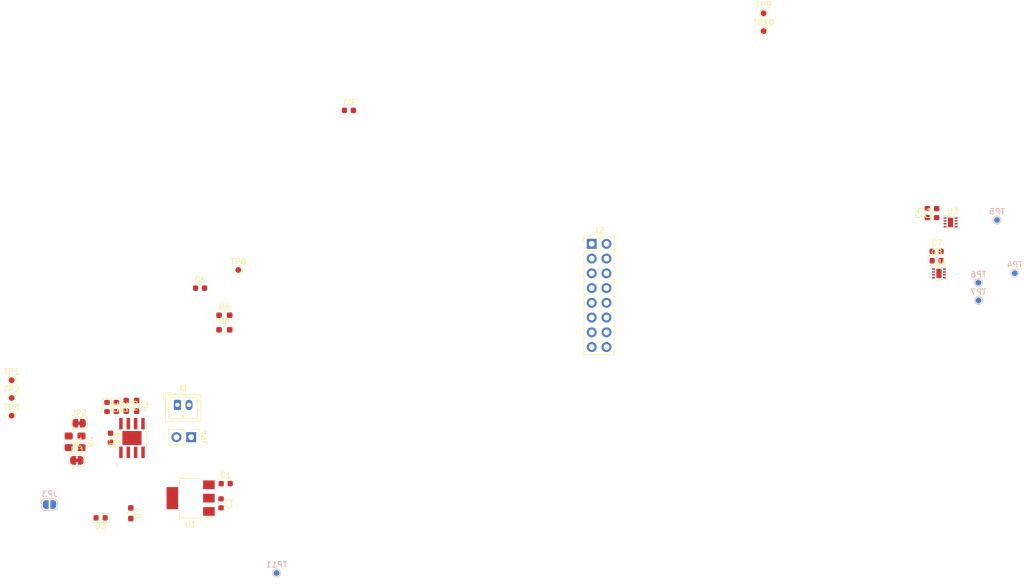
<source format=kicad_pcb>
(kicad_pcb (version 20221018) (generator pcbnew)
  (title_block (title "Micromouse Power") (date "2024-03-18") (rev "v0.0.0") (company "Group 55") (comment 1 "@author Montso Mokake, MKKMON002") (comment 2 "@partner Bokang Lepolesa, LPLBOK002") (comment 3 "@presented_for EEE3088F Project"))
  (layers (0 "F.Cu" signal) (31 "B.Cu" signal) (34 "B.Paste" user) (35 "F.Paste" user) (36 "B.SilkS" user "B.Silkscreen") (37 "F.SilkS" user "F.Silkscreen") (38 "B.Mask" user) (39 "F.Mask" user) (44 "Edge.Cuts" user))
  (net 0 "")
  (net 1 "BATT_SWITCHED")
  (net 2 "GND")
  (net 3 "+3V3")
  (net 4 "+5V")
  (net 5 "/BATT_ADC")
  (net 6 "+BATT")
  (net 7 "Net-(D1-K)")
  (net 8 "Net-(D2-K)")
  (net 9 "Net-(D3-A)")
  (net 10 "/Motor2_A")
  (net 11 "/PC6")
  (net 12 "/Motor2_B")
  (net 13 "/PC7")
  (net 14 "/PD7")
  (net 15 "/Motor1_A")
  (net 16 "/PC8")
  (net 17 "/Motor1_B")
  (net 18 "/PC9")
  (net 19 "Net-(JP1-A)")
  (net 20 "/PROG")
  (net 21 "Net-(JP2-A)")
  (net 22 "Net-(JP2-B)")
  (net 23 "Net-(JP4-A)")
  (net 24 "Net-(U2-~{STDBY})")
  (net 25 "Net-(U2-~{CHRG})")
  (footprint "LED_SMD:LED_0603_1608Metric" (layer "F.Cu") (at 98.1 113.2 -90)
    (fp_text reference "D1" (at 0 -1.43 90) (layer "F.SilkS"))
    (fp_text value "green")
    (fp_line (start -1.485 -0.735) (end -1.485 0.735) (stroke (width 0.12)) (layer "F.SilkS"))
    (fp_line (start -1.485 0.735) (end 0.8 0.735) (stroke (width 0.12)) (layer "F.SilkS"))
    (fp_line (start 0.8 -0.735) (end -1.485 -0.735) (stroke (width 0.12)) (layer "F.SilkS"))
    (pad "1" smd roundrect (at -0.7875 0 270) (size 0.875 0.95) (layers "F.Cu" "F.Paste" "F.Mask") (net 7 "Net-(D1-K)"))
    (pad "2" smd roundrect (at 0.7875 0 270) (size 0.875 0.95) (layers "F.Cu" "F.Paste" "F.Mask") (net 4 "+5V"))
  )
  (footprint "TestPoint:TestPoint_Pad_D1.0mm" (layer "F.Cu") (at 81.675 108.595)
    (fp_text reference "TP1" (at 0 -1.448) (layer "F.SilkS"))
    (fp_text value "!stby")
    (fp_circle (center 0 0) (end 0 0.7) (stroke (width 0.12)) (fill none) (layer "F.SilkS"))
    (pad "1" smd circle (at 0 0) (size 1 1) (layers "F.Cu" "F.Mask") (net 24 "Net-(U2-~{STDBY})"))
  )
  (footprint "Jumper:SolderJumper-2_P1.3mm_Bridged_RoundedPad1.0x1.5mm" (layer "F.Cu") (at 92.9 122.4)
    (fp_text reference "JP1" (at 0 -1.8) (layer "F.SilkS"))
    (fp_text value "I_set")
    (fp_poly (pts (xy 0.25 -0.3) (xy -0.25 -0.3) (xy -0.25 0.3) (xy 0.25 0.3)) (fill solid) (layer "F.Cu"))
    (fp_line (start -1.4 0.3) (end -1.4 -0.3) (stroke (width 0.12)) (layer "F.SilkS"))
    (fp_line (start -0.7 -1) (end 0.7 -1) (stroke (width 0.12)) (layer "F.SilkS"))
    (fp_line (start 0.7 1) (end -0.7 1) (stroke (width 0.12)) (layer "F.SilkS"))
    (fp_line (start 1.4 -0.3) (end 1.4 0.3) (stroke (width 0.12)) (layer "F.SilkS"))
    (fp_arc (start -1.4 -0.3) (mid -1.194975 -0.794975) (end -0.7 -1) (stroke (width 0.12)) (layer "F.SilkS"))
    (fp_arc (start -0.7 1) (mid -1.194975 0.794975) (end -1.4 0.3) (stroke (width 0.12)) (layer "F.SilkS"))
    (fp_arc (start 0.7 -1) (mid 1.194975 -0.794975) (end 1.4 -0.3) (stroke (width 0.12)) (layer "F.SilkS"))
    (fp_arc (start 1.4 0.3) (mid 1.194975 0.794975) (end 0.7 1) (stroke (width 0.12)) (layer "F.SilkS"))
    (pad "1" smd custom (at -0.65 0) (size 1 0.5) (layers "F.Cu" "F.Mask") (net 19 "Net-(JP1-A)") (options (clearance outline) (anchor rect)) (primitives (gr_circle (center 0 0.25) (end 0.5 0.25) (width 0) (fill yes)) (gr_circle (center 0 -0.25) (end 0.5 -0.25) (width 0) (fill yes)) (gr_poly (pts (xy 0.5 0.75) (xy 0 0.75) (xy 0 -0.75) (xy 0.5 -0.75)) (width 0) (fill yes))))
    (pad "2" smd custom (at 0.65 0) (size 1 0.5) (layers "F.Cu" "F.Mask") (net 20 "/PROG") (options (clearance outline) (anchor rect)) (primitives (gr_circle (center 0 0.25) (end 0.5 0.25) (width 0) (fill yes)) (gr_circle (center 0 -0.25) (end 0.5 -0.25) (width 0) (fill yes)) (gr_poly (pts (xy 0 0.75) (xy -0.5 0.75) (xy -0.5 -0.75) (xy 0 -0.75)) (width 0) (fill yes))))
  )
  (footprint "Resistor_SMD:R_0603_1608Metric_Pad0.98x0.95mm_HandSolder" (layer "F.Cu") (at 118.3125 99.91)
    (fp_text reference "R6" (at 0 -1.43) (layer "F.SilkS"))
    (fp_text value "100k")
    (fp_line (start -0.254724 -0.5225) (end 0.254724 -0.5225) (stroke (width 0.12)) (layer "F.SilkS"))
    (fp_line (start -0.254724 0.5225) (end 0.254724 0.5225) (stroke (width 0.12)) (layer "F.SilkS"))
    (pad "1" smd roundrect (at -0.9125 0) (size 0.975 0.95) (layers "F.Cu" "F.Paste" "F.Mask") (net 2 "GND"))
    (pad "2" smd roundrect (at 0.9125 0) (size 0.975 0.95) (layers "F.Cu" "F.Paste" "F.Mask") (net 5 "/BATT_ADC"))
  )
  (footprint "Package_TO_SOT_SMD:SOT-223-3_TabPin2" (layer "F.Cu") (at 112.5 128.9 180)
    (fp_text reference "U1" (at 0 -4.5) (layer "F.SilkS"))
    (fp_text value "AMS1117-3.3")
    (fp_line (start -4.1 -3.41) (end 1.91 -3.41) (stroke (width 0.12)) (layer "F.SilkS"))
    (fp_line (start -1.85 3.41) (end 1.91 3.41) (stroke (width 0.12)) (layer "F.SilkS"))
    (fp_line (start 1.91 -3.41) (end 1.91 -2.15) (stroke (width 0.12)) (layer "F.SilkS"))
    (fp_line (start 1.91 3.41) (end 1.91 2.15) (stroke (width 0.12)) (layer "F.SilkS"))
    (pad "1" smd rect (at -3.15 -2.3 180) (size 2 1.5) (layers "F.Cu" "F.Paste" "F.Mask") (net 2 "GND"))
    (pad "2" smd rect (at -3.15 0 180) (size 2 1.5) (layers "F.Cu" "F.Paste" "F.Mask") (net 3 "+3V3"))
    (pad "2" smd rect (at 3.15 0 180) (size 2 3.8) (layers "F.Cu" "F.Paste" "F.Mask") (net 3 "+3V3"))
    (pad "3" smd rect (at -3.15 2.3 180) (size 2 1.5) (layers "F.Cu" "F.Paste" "F.Mask") (net 1 "BATT_SWITCHED"))
  )
  (footprint "Resistor_SMD:R_0603_1608Metric_Pad0.98x0.95mm_HandSolder" (layer "F.Cu") (at 101.4 113 -90)
    (fp_text reference "R3" (at 0 -1.43 90) (layer "F.SilkS"))
    (fp_text value "1k")
    (fp_line (start -0.254724 -0.5225) (end 0.254724 -0.5225) (stroke (width 0.12)) (layer "F.SilkS"))
    (fp_line (start -0.254724 0.5225) (end 0.254724 0.5225) (stroke (width 0.12)) (layer "F.SilkS"))
    (pad "1" smd roundrect (at -0.9125 0 270) (size 0.975 0.95) (layers "F.Cu" "F.Paste" "F.Mask") (net 8 "Net-(D2-K)"))
    (pad "2" smd roundrect (at 0.9125 0 270) (size 0.975 0.95) (layers "F.Cu" "F.Paste" "F.Mask") (net 25 "Net-(U2-~{CHRG})"))
  )
  (footprint "Capacitor_SMD:C_0603_1608Metric" (layer "F.Cu") (at 117.7425 129.8 -90)
    (fp_text reference "C2" (at 0 -1.43 90) (layer "F.SilkS"))
    (fp_text value "22uF")
    (fp_line (start -0.14058 -0.51) (end 0.14058 -0.51) (stroke (width 0.12)) (layer "F.SilkS"))
    (fp_line (start -0.14058 0.51) (end 0.14058 0.51) (stroke (width 0.12)) (layer "F.SilkS"))
    (pad "1" smd roundrect (at -0.775 0 270) (size 0.9 0.95) (layers "F.Cu" "F.Paste" "F.Mask") (net 3 "+3V3"))
    (pad "2" smd roundrect (at 0.775 0 270) (size 0.9 0.95) (layers "F.Cu" "F.Paste" "F.Mask") (net 2 "GND"))
  )
  (footprint "Package_SON:WSON-8-1EP_2x2mm_P0.5mm_EP0.9x1.6mm" (layer "F.Cu") (at 243.4 81.4)
    (fp_text reference "U3" (at 0.38 -1.9) (layer "F.SilkS"))
    (fp_text value "DRV8837")
    (fp_line (start -1.5 -1.12) (end 0.5 -1.12) (stroke (width 0.12)) (layer "F.SilkS"))
    (fp_line (start 0.5 1.12) (end -0.5 1.12) (stroke (width 0.12)) (layer "F.SilkS"))
    (pad "1" smd rect (at -0.95 -0.75) (size 0.5 0.25) (layers "F.Cu" "F.Paste" "F.Mask") (net 1 "BATT_SWITCHED"))
    (pad "2" smd rect (at -0.95 -0.25) (size 0.5 0.25) (layers "F.Cu" "F.Paste" "F.Mask") (net 15 "/Motor1_A"))
    (pad "3" smd rect (at -0.95 0.25) (size 0.5 0.25) (layers "F.Cu" "F.Paste" "F.Mask") (net 17 "/Motor1_B"))
    (pad "4" smd rect (at -0.95 0.75) (size 0.5 0.25) (layers "F.Cu" "F.Paste" "F.Mask") (net 2 "GND"))
    (pad "5" smd rect (at 0.95 0.75) (size 0.5 0.25) (layers "F.Cu" "F.Paste" "F.Mask") (net 13 "/PC7"))
    (pad "6" smd rect (at 0.95 0.25) (size 0.5 0.25) (layers "F.Cu" "F.Paste" "F.Mask") (net 11 "/PC6"))
    (pad "7" smd rect (at 0.95 -0.25) (size 0.5 0.25) (layers "F.Cu" "F.Paste" "F.Mask") (net 3 "+3V3"))
    (pad "8" smd rect (at 0.95 -0.75) (size 0.5 0.25) (layers "F.Cu" "F.Paste" "F.Mask") (net 3 "+3V3"))
    (pad "9" smd rect (at 0 0) (size 0.9 1.6) (layers "F.Cu" "F.Mask") (net 2 "GND"))
  )
  (footprint "TestPoint:TestPoint_Pad_D1.0mm" (layer "F.Cu") (at 211.2 48.45)
    (fp_text reference "TP10" (at 0 -1.448) (layer "F.SilkS"))
    (fp_text value "5V")
    (fp_circle (center 0 0) (end 0 0.7) (stroke (width 0.12)) (fill none) (layer "F.SilkS"))
    (pad "1" smd circle (at 0 0) (size 1 1) (layers "F.Cu" "F.Mask") (net 4 "+5V"))
  )
  (footprint "TestPoint:TestPoint_Pad_D1.0mm" (layer "F.Cu") (at 211.2 45.4)
    (fp_text reference "TP9" (at 0 -1.448) (layer "F.SilkS"))
    (fp_text value "3v3")
    (fp_circle (center 0 0) (end 0 0.7) (stroke (width 0.12)) (fill none) (layer "F.SilkS"))
    (pad "1" smd circle (at 0 0) (size 1 1) (layers "F.Cu" "F.Mask") (net 3 "+3V3"))
  )
  (footprint "Capacitor_SMD:C_0603_1608Metric" (layer "F.Cu") (at 241 88)
    (fp_text reference "C8" (at 0 -1.43) (layer "F.SilkS"))
    (fp_text value "100nF")
    (fp_line (start -0.14058 -0.51) (end 0.14058 -0.51) (stroke (width 0.12)) (layer "F.SilkS"))
    (fp_line (start -0.14058 0.51) (end 0.14058 0.51) (stroke (width 0.12)) (layer "F.SilkS"))
    (pad "1" smd roundrect (at -0.775 0) (size 0.9 0.95) (layers "F.Cu" "F.Paste" "F.Mask") (net 1 "BATT_SWITCHED"))
    (pad "2" smd roundrect (at 0.775 0) (size 0.9 0.95) (layers "F.Cu" "F.Paste" "F.Mask") (net 2 "GND"))
  )
  (footprint "Capacitor_SMD:C_0603_1608Metric" (layer "F.Cu") (at 114.1325 92.73)
    (fp_text reference "C6" (at 0 -1.43) (layer "F.SilkS"))
    (fp_text value "1nF")
    (fp_line (start -0.14058 -0.51) (end 0.14058 -0.51) (stroke (width 0.12)) (layer "F.SilkS"))
    (fp_line (start -0.14058 0.51) (end 0.14058 0.51) (stroke (width 0.12)) (layer "F.SilkS"))
    (pad "1" smd roundrect (at -0.775 0) (size 0.9 0.95) (layers "F.Cu" "F.Paste" "F.Mask") (net 5 "/BATT_ADC"))
    (pad "2" smd roundrect (at 0.775 0) (size 0.9 0.95) (layers "F.Cu" "F.Paste" "F.Mask") (net 2 "GND"))
  )
  (footprint "Capacitor_SMD:C_0603_1608Metric" (layer "F.Cu") (at 239.4 79.8 90)
    (fp_text reference "C5" (at 0 -1.43 90) (layer "F.SilkS"))
    (fp_text value "100nF")
    (fp_line (start -0.14058 -0.51) (end 0.14058 -0.51) (stroke (width 0.12)) (layer "F.SilkS"))
    (fp_line (start -0.14058 0.51) (end 0.14058 0.51) (stroke (width 0.12)) (layer "F.SilkS"))
    (pad "1" smd roundrect (at -0.775 0 90) (size 0.9 0.95) (layers "F.Cu" "F.Paste" "F.Mask") (net 1 "BATT_SWITCHED"))
    (pad "2" smd roundrect (at 0.775 0 90) (size 0.9 0.95) (layers "F.Cu" "F.Paste" "F.Mask") (net 2 "GND"))
  )
  (footprint "Resistor_SMD:R_0603_1608Metric_Pad0.98x0.95mm_HandSolder" (layer "F.Cu") (at 103.2 113 -90)
    (fp_text reference "R2" (at 0 -1.43 90) (layer "F.SilkS"))
    (fp_text value "1k")
    (fp_line (start -0.254724 -0.5225) (end 0.254724 -0.5225) (stroke (width 0.12)) (layer "F.SilkS"))
    (fp_line (start -0.254724 0.5225) (end 0.254724 0.5225) (stroke (width 0.12)) (layer "F.SilkS"))
    (pad "1" smd roundrect (at -0.9125 0 270) (size 0.975 0.95) (layers "F.Cu" "F.Paste" "F.Mask") (net 7 "Net-(D1-K)"))
    (pad "2" smd roundrect (at 0.9125 0 270) (size 0.975 0.95) (layers "F.Cu" "F.Paste" "F.Mask") (net 24 "Net-(U2-~{STDBY})"))
  )
  (footprint "Capacitor_SMD:C_0603_1608Metric" (layer "F.Cu") (at 118.5425 126.4)
    (fp_text reference "C1" (at 0 -1.43) (layer "F.SilkS"))
    (fp_text value "10uF")
    (fp_line (start -0.14058 -0.51) (end 0.14058 -0.51) (stroke (width 0.12)) (layer "F.SilkS"))
    (fp_line (start -0.14058 0.51) (end 0.14058 0.51) (stroke (width 0.12)) (layer "F.SilkS"))
    (pad "1" smd roundrect (at -0.775 0) (size 0.9 0.95) (layers "F.Cu" "F.Paste" "F.Mask") (net 1 "BATT_SWITCHED"))
    (pad "2" smd roundrect (at 0.775 0) (size 0.9 0.95) (layers "F.Cu" "F.Paste" "F.Mask") (net 2 "GND"))
  )
  (footprint "Resistor_SMD:R_0603_1608Metric_Pad0.98x0.95mm_HandSolder" (layer "F.Cu") (at 118.3125 97.4)
    (fp_text reference "R5" (at 0 -1.43) (layer "F.SilkS"))
    (fp_text value "100k")
    (fp_line (start -0.254724 -0.5225) (end 0.254724 -0.5225) (stroke (width 0.12)) (layer "F.SilkS"))
    (fp_line (start -0.254724 0.5225) (end 0.254724 0.5225) (stroke (width 0.12)) (layer "F.SilkS"))
    (pad "1" smd roundrect (at -0.9125 0) (size 0.975 0.95) (layers "F.Cu" "F.Paste" "F.Mask") (net 5 "/BATT_ADC"))
    (pad "2" smd roundrect (at 0.9125 0) (size 0.975 0.95) (layers "F.Cu" "F.Paste" "F.Mask") (net 1 "BATT_SWITCHED"))
  )
  (footprint "Resistor_SMD:R_0603_1608Metric_Pad0.98x0.95mm_HandSolder" (layer "F.Cu") (at 102.2 131.5 -90)
    (fp_text reference "R7" (at 0 -1.43 90) (layer "F.SilkS"))
    (fp_text value "1k")
    (fp_line (start -0.254724 -0.5225) (end 0.254724 -0.5225) (stroke (width 0.12)) (layer "F.SilkS"))
    (fp_line (start -0.254724 0.5225) (end 0.254724 0.5225) (stroke (width 0.12)) (layer "F.SilkS"))
    (pad "1" smd roundrect (at -0.9125 0 270) (size 0.975 0.95) (layers "F.Cu" "F.Paste" "F.Mask") (net 9 "Net-(D3-A)"))
    (pad "2" smd roundrect (at 0.9125 0 270) (size 0.975 0.95) (layers "F.Cu" "F.Paste" "F.Mask") (net 3 "+3V3"))
  )
  (footprint "Capacitor_SMD:C_0603_1608Metric" (layer "F.Cu") (at 98.7 118.5 -90)
    (fp_text reference "C3" (at 0 -1.43 90) (layer "F.SilkS"))
    (fp_text value "10uF")
    (fp_line (start -0.14058 -0.51) (end 0.14058 -0.51) (stroke (width 0.12)) (layer "F.SilkS"))
    (fp_line (start -0.14058 0.51) (end 0.14058 0.51) (stroke (width 0.12)) (layer "F.SilkS"))
    (pad "1" smd roundrect (at -0.775 0 270) (size 0.9 0.95) (layers "F.Cu" "F.Paste" "F.Mask") (net 4 "+5V"))
    (pad "2" smd roundrect (at 0.775 0 270) (size 0.9 0.95) (layers "F.Cu" "F.Paste" "F.Mask") (net 2 "GND"))
  )
  (footprint "LED_SMD:LED_0603_1608Metric" (layer "F.Cu") (at 97 132.3 180)
    (fp_text reference "D3" (at 0 -1.43) (layer "F.SilkS"))
    (fp_text value "green")
    (fp_line (start -1.485 -0.735) (end -1.485 0.735) (stroke (width 0.12)) (layer "F.SilkS"))
    (fp_line (start -1.485 0.735) (end 0.8 0.735) (stroke (width 0.12)) (layer "F.SilkS"))
    (fp_line (start 0.8 -0.735) (end -1.485 -0.735) (stroke (width 0.12)) (layer "F.SilkS"))
    (pad "1" smd roundrect (at -0.7875 0 180) (size 0.875 0.95) (layers "F.Cu" "F.Paste" "F.Mask") (net 2 "GND"))
    (pad "2" smd roundrect (at 0.7875 0 180) (size 0.875 0.95) (layers "F.Cu" "F.Paste" "F.Mask") (net 9 "Net-(D3-A)"))
  )
  (footprint "TP4056:SOP127P600X175-9N" (layer "F.Cu") (at 102.4 118.545 90)
    (fp_text reference "U2" (at -0.795 -3.362 90) (layer "F.SilkS"))
    (fp_text value "TP4056")
    (fp_line (start -2 -2.55) (end 2 -2.55) (stroke (width 0.127)) (layer "F.SilkS"))
    (fp_line (start -2 2.55) (end 2 2.55) (stroke (width 0.127)) (layer "F.SilkS"))
    (fp_circle (center -4.445 -2.505) (end -4.345 -2.505) (stroke (width 0.2)) (fill none) (layer "F.SilkS"))
    (pad "1" smd roundrect (at -2.475 -1.905 90) (size 1.97 0.6) (layers "F.Cu" "F.Paste" "F.Mask") (roundrect_rratio 0.07) (net 2 "GND"))
    (pad "2" smd roundrect (at -2.475 -0.635 90) (size 1.97 0.6) (layers "F.Cu" "F.Paste" "F.Mask") (roundrect_rratio 0.07) (net 20 "/PROG"))
    (pad "3" smd roundrect (at -2.475 0.635 90) (size 1.97 0.6) (layers "F.Cu" "F.Paste" "F.Mask") (roundrect_rratio 0.07) (net 2 "GND"))
    (pad "4" smd roundrect (at -2.475 1.905 90) (size 1.97 0.6) (layers "F.Cu" "F.Paste" "F.Mask") (roundrect_rratio 0.07) (net 4 "+5V"))
    (pad "5" smd roundrect (at 2.475 1.905 90) (size 1.97 0.6) (layers "F.Cu" "F.Paste" "F.Mask") (roundrect_rratio 0.07) (net 23 "Net-(JP4-A)"))
    (pad "6" smd roundrect (at 2.475 0.635 90) (size 1.97 0.6) (layers "F.Cu" "F.Paste" "F.Mask") (roundrect_rratio 0.07) (net 24 "Net-(U2-~{STDBY})"))
    (pad "7" smd roundrect (at 2.475 -0.635 90) (size 1.97 0.6) (layers "F.Cu" "F.Paste" "F.Mask") (roundrect_rratio 0.07) (net 25 "Net-(U2-~{CHRG})"))
    (pad "8" smd roundrect (at 2.475 -1.905 90) (size 1.97 0.6) (layers "F.Cu" "F.Paste" "F.Mask") (roundrect_rratio 0.07) (net 4 "+5V"))
    (pad "9" smd rect (at 0 0 90) (size 2.413 3.302) (layers "F.Cu" "F.Mask"))
  )
  (footprint "Capacitor_SMD:C_0603_1608Metric" (layer "F.Cu") (at 241 86.4)
    (fp_text reference "C7" (at 0 -1.43) (layer "F.SilkS"))
    (fp_text value "10nF")
    (fp_line (start -0.14058 -0.51) (end 0.14058 -0.51) (stroke (width 0.12)) (layer "F.SilkS"))
    (fp_line (start -0.14058 0.51) (end 0.14058 0.51) (stroke (width 0.12)) (layer "F.SilkS"))
    (pad "1" smd roundrect (at -0.775 0) (size 0.9 0.95) (layers "F.Cu" "F.Paste" "F.Mask") (net 1 "BATT_SWITCHED"))
    (pad "2" smd roundrect (at 0.775 0) (size 0.9 0.95) (layers "F.Cu" "F.Paste" "F.Mask") (net 2 "GND"))
  )
  (footprint "TestPoint:TestPoint_Pad_D1.0mm" (layer "F.Cu") (at 120.7125 89.6)
    (fp_text reference "TP8" (at 0 -1.448) (layer "F.SilkS"))
    (fp_text value "batt_adc")
    (fp_circle (center 0 0) (end 0 0.7) (stroke (width 0.12)) (fill none) (layer "F.SilkS"))
    (pad "1" smd circle (at 0 0) (size 1 1) (layers "F.Cu" "F.Mask") (net 5 "/BATT_ADC"))
  )
  (footprint "Connector_JST:JST_PH_B2B-PH-K_1x02_P2.00mm_Vertical" (layer "F.Cu") (at 110.225 112.85)
    (fp_text reference "J1" (at 1 -2.9) (layer "F.SilkS"))
    (fp_text value "Battery")
    (fp_line (start -2.36 -2.11) (end -2.36 -0.86) (stroke (width 0.12)) (layer "F.SilkS"))
    (fp_line (start -2.06 -1.81) (end -2.06 2.91) (stroke (width 0.12)) (layer "F.SilkS"))
    (fp_line (start -2.06 -0.5) (end -1.45 -0.5) (stroke (width 0.12)) (layer "F.SilkS"))
    (fp_line (start -2.06 0.8) (end -1.45 0.8) (stroke (width 0.12)) (layer "F.SilkS"))
    (fp_line (start -2.06 2.91) (end 4.06 2.91) (stroke (width 0.12)) (layer "F.SilkS"))
    (fp_line (start -1.45 -1.2) (end -1.45 2.3) (stroke (width 0.12)) (layer "F.SilkS"))
    (fp_line (start -1.45 2.3) (end 3.45 2.3) (stroke (width 0.12)) (layer "F.SilkS"))
    (fp_line (start -1.11 -2.11) (end -2.36 -2.11) (stroke (width 0.12)) (layer "F.SilkS"))
    (fp_line (start -0.6 -2.01) (end -0.6 -1.81) (stroke (width 0.12)) (layer "F.SilkS"))
    (fp_line (start -0.3 -2.01) (end -0.6 -2.01) (stroke (width 0.12)) (layer "F.SilkS"))
    (fp_line (start -0.3 -1.91) (end -0.6 -1.91) (stroke (width 0.12)) (layer "F.SilkS"))
    (fp_line (start -0.3 -1.81) (end -0.3 -2.01) (stroke (width 0.12)) (layer "F.SilkS"))
    (fp_line (start 0.5 -1.81) (end 0.5 -1.2) (stroke (width 0.12)) (layer "F.SilkS"))
    (fp_line (start 0.5 -1.2) (end -1.45 -1.2) (stroke (width 0.12)) (layer "F.SilkS"))
    (fp_line (start 0.9 1.8) (end 1.1 1.8) (stroke (width 0.12)) (layer "F.SilkS"))
    (fp_line (start 0.9 2.3) (end 0.9 1.8) (stroke (width 0.12)) (layer "F.SilkS"))
    (fp_line (start 1 2.3) (end 1 1.8) (stroke (width 0.12)) (layer "F.SilkS"))
    (fp_line (start 1.1 1.8) (end 1.1 2.3) (stroke (width 0.12)) (layer "F.SilkS"))
    (fp_line (start 1.5 -1.2) (end 1.5 -1.81) (stroke (width 0.12)) (layer "F.SilkS"))
    (fp_line (start 3.45 -1.2) (end 1.5 -1.2) (stroke (width 0.12)) (layer "F.SilkS"))
    (fp_line (start 3.45 2.3) (end 3.45 -1.2) (stroke (width 0.12)) (layer "F.SilkS"))
    (fp_line (start 4.06 -1.81) (end -2.06 -1.81) (stroke (width 0.12)) (layer "F.SilkS"))
    (fp_line (start 4.06 -0.5) (end 3.45 -0.5) (stroke (width 0.12)) (layer "F.SilkS"))
    (fp_line (start 4.06 0.8) (end 3.45 0.8) (stroke (width 0.12)) (layer "F.SilkS"))
    (fp_line (start 4.06 2.91) (end 4.06 -1.81) (stroke (width 0.12)) (layer "F.SilkS"))
    (pad "1" thru_hole roundrect (at 0 0) (size 1.2 1.75) (drill 0.75) (layers "*.Cu" "*.Mask") (roundrect_rratio 0.208333) (net 6 "+BATT"))
    (pad "2" thru_hole oval (at 2 0) (size 1.2 1.75) (drill 0.75) (layers "*.Cu" "*.Mask") (net 2 "GND"))
  )
  (footprint "Connector_PinHeader_2.54mm:PinHeader_1x02_P2.54mm_Vertical" (layer "F.Cu") (at 112.6 118.4 -90)
    (fp_text reference "JP4" (at 0 -2.33 90) (layer "F.SilkS"))
    (fp_text value "I_batt")
    (fp_line (start -1.33 -1.33) (end 0 -1.33) (stroke (width 0.12)) (layer "F.SilkS"))
    (fp_line (start -1.33 0) (end -1.33 -1.33) (stroke (width 0.12)) (layer "F.SilkS"))
    (fp_line (start -1.33 1.27) (end -1.33 3.87) (stroke (width 0.12)) (layer "F.SilkS"))
    (fp_line (start -1.33 1.27) (end 1.33 1.27) (stroke (width 0.12)) (layer "F.SilkS"))
    (fp_line (start -1.33 3.87) (end 1.33 3.87) (stroke (width 0.12)) (layer "F.SilkS"))
    (fp_line (start 1.33 1.27) (end 1.33 3.87) (stroke (width 0.12)) (layer "F.SilkS"))
    (pad "1" thru_hole rect (at 0 0 270) (size 1.7 1.7) (drill 1) (layers "*.Cu" "*.Mask") (net 23 "Net-(JP4-A)"))
    (pad "2" thru_hole oval (at 0 2.54 270) (size 1.7 1.7) (drill 1) (layers "*.Cu" "*.Mask") (net 6 "+BATT"))
  )
  (footprint "Capacitor_SMD:C_0603_1608Metric" (layer "F.Cu") (at 139.7625 62.11)
    (fp_text reference "C9" (at 0 -1.43) (layer "F.SilkS"))
    (fp_text value "10uF")
    (fp_line (start -0.14058 -0.51) (end 0.14058 -0.51) (stroke (width 0.12)) (layer "F.SilkS"))
    (fp_line (start -0.14058 0.51) (end 0.14058 0.51) (stroke (width 0.12)) (layer "F.SilkS"))
    (pad "1" smd roundrect (at -0.775 0) (size 0.9 0.95) (layers "F.Cu" "F.Paste" "F.Mask") (net 6 "+BATT"))
    (pad "2" smd roundrect (at 0.775 0) (size 0.9 0.95) (layers "F.Cu" "F.Paste" "F.Mask") (net 2 "GND"))
  )
  (footprint "Connector_PinHeader_2.54mm:PinHeader_2x08_P2.54mm_Vertical" (layer "F.Cu") (at 181.59 85.1)
    (fp_text reference "J2" (at 1.27 -2.33) (layer "F.SilkS"))
    (fp_text value "Conn_02x08_Odd_Even")
    (fp_line (start -1.33 -1.33) (end 0 -1.33) (stroke (width 0.12)) (layer "F.SilkS"))
    (fp_line (start -1.33 0) (end -1.33 -1.33) (stroke (width 0.12)) (layer "F.SilkS"))
    (fp_line (start -1.33 1.27) (end -1.33 19.11) (stroke (width 0.12)) (layer "F.SilkS"))
    (fp_line (start -1.33 1.27) (end 1.27 1.27) (stroke (width 0.12)) (layer "F.SilkS"))
    (fp_line (start -1.33 19.11) (end 3.87 19.11) (stroke (width 0.12)) (layer "F.SilkS"))
    (fp_line (start 1.27 -1.33) (end 3.87 -1.33) (stroke (width 0.12)) (layer "F.SilkS"))
    (fp_line (start 1.27 1.27) (end 1.27 -1.33) (stroke (width 0.12)) (layer "F.SilkS"))
    (fp_line (start 3.87 -1.33) (end 3.87 19.11) (stroke (width 0.12)) (layer "F.SilkS"))
    (pad "1" thru_hole rect (at 0 0) (size 1.7 1.7) (drill 1) (layers "*.Cu" "*.Mask") (net 10 "/Motor2_A"))
    (pad "2" thru_hole oval (at 2.54 0) (size 1.7 1.7) (drill 1) (layers "*.Cu" "*.Mask") (net 11 "/PC6"))
    (pad "3" thru_hole oval (at 0 2.54) (size 1.7 1.7) (drill 1) (layers "*.Cu" "*.Mask") (net 12 "/Motor2_B"))
    (pad "4" thru_hole oval (at 2.54 2.54) (size 1.7 1.7) (drill 1) (layers "*.Cu" "*.Mask") (net 13 "/PC7"))
    (pad "5" thru_hole oval (at 0 5.08) (size 1.7 1.7) (drill 1) (layers "*.Cu" "*.Mask") (net 2 "GND"))
    (pad "6" thru_hole oval (at 2.54 5.08) (size 1.7 1.7) (drill 1) (layers "*.Cu" "*.Mask") (net 2 "GND"))
    (pad "7" thru_hole oval (at 0 7.62) (size 1.7 1.7) (drill 1) (layers "*.Cu" "*.Mask") (net 6 "+BATT"))
    (pad "8" thru_hole oval (at 2.54 7.62) (size 1.7 1.7) (drill 1) (layers "*.Cu" "*.Mask") (net 6 "+BATT"))
    (pad "9" thru_hole oval (at 0 10.16) (size 1.7 1.7) (drill 1) (layers "*.Cu" "*.Mask") (net 14 "/PD7"))
    (pad "10" thru_hole oval (at 2.54 10.16) (size 1.7 1.7) (drill 1) (layers "*.Cu" "*.Mask") (net 5 "/BATT_ADC"))
    (pad "11" thru_hole oval (at 0 12.7) (size 1.7 1.7) (drill 1) (layers "*.Cu" "*.Mask") (net 4 "+5V"))
    (pad "12" thru_hole oval (at 2.54 12.7) (size 1.7 1.7) (drill 1) (layers "*.Cu" "*.Mask") (net 4 "+5V"))
    (pad "13" thru_hole oval (at 0 15.24) (size 1.7 1.7) (drill 1) (layers "*.Cu" "*.Mask") (net 15 "/Motor1_A"))
    (pad "14" thru_hole oval (at 2.54 15.24) (size 1.7 1.7) (drill 1) (layers "*.Cu" "*.Mask") (net 16 "/PC8"))
    (pad "15" thru_hole oval (at 0 17.78) (size 1.7 1.7) (drill 1) (layers "*.Cu" "*.Mask") (net 17 "/Motor1_B"))
    (pad "16" thru_hole oval (at 2.54 17.78) (size 1.7 1.7) (drill 1) (layers "*.Cu" "*.Mask") (net 18 "/PC9"))
  )
  (footprint "Jumper:SolderJumper-2_P1.3mm_Bridged_RoundedPad1.0x1.5mm" (layer "F.Cu") (at 93.3 116)
    (fp_text reference "JP2" (at 0 -1.8) (layer "F.SilkS"))
    (fp_text value "I_set")
    (fp_poly (pts (xy 0.25 -0.3) (xy -0.25 -0.3) (xy -0.25 0.3) (xy 0.25 0.3)) (fill solid) (layer "F.Cu"))
    (fp_line (start -1.4 0.3) (end -1.4 -0.3) (stroke (width 0.12)) (layer "F.SilkS"))
    (fp_line (start -0.7 -1) (end 0.7 -1) (stroke (width 0.12)) (layer "F.SilkS"))
    (fp_line (start 0.7 1) (end -0.7 1) (stroke (width 0.12)) (layer "F.SilkS"))
    (fp_line (start 1.4 -0.3) (end 1.4 0.3) (stroke (width 0.12)) (layer "F.SilkS"))
    (fp_arc (start -1.4 -0.3) (mid -1.194975 -0.794975) (end -0.7 -1) (stroke (width 0.12)) (layer "F.SilkS"))
    (fp_arc (start -0.7 1) (mid -1.194975 0.794975) (end -1.4 0.3) (stroke (width 0.12)) (layer "F.SilkS"))
    (fp_arc (start 0.7 -1) (mid 1.194975 -0.794975) (end 1.4 -0.3) (stroke (width 0.12)) (layer "F.SilkS"))
    (fp_arc (start 1.4 0.3) (mid 1.194975 0.794975) (end 0.7 1) (stroke (width 0.12)) (layer "F.SilkS"))
    (pad "1" smd custom (at -0.65 0) (size 1 0.5) (layers "F.Cu" "F.Mask") (net 21 "Net-(JP2-A)") (options (clearance outline) (anchor rect)) (primitives (gr_circle (center 0 0.25) (end 0.5 0.25) (width 0) (fill yes)) (gr_circle (center 0 -0.25) (end 0.5 -0.25) (width 0) (fill yes)) (gr_poly (pts (xy 0.5 0.75) (xy 0 0.75) (xy 0 -0.75) (xy 0.5 -0.75)) (width 0) (fill yes))))
    (pad "2" smd custom (at 0.65 0) (size 1 0.5) (layers "F.Cu" "F.Mask") (net 22 "Net-(JP2-B)") (options (clearance outline) (anchor rect)) (primitives (gr_circle (center 0 0.25) (end 0.5 0.25) (width 0) (fill yes)) (gr_circle (center 0 -0.25) (end 0.5 -0.25) (width 0) (fill yes)) (gr_poly (pts (xy 0 0.75) (xy -0.5 0.75) (xy -0.5 -0.75) (xy 0 -0.75)) (width 0) (fill yes))))
  )
  (footprint "Package_SON:WSON-8-1EP_2x2mm_P0.5mm_EP0.9x1.6mm" (layer "F.Cu") (at 241.4 90.2)
    (fp_text reference "U4" (at 0.38 -1.9) (layer "F.SilkS"))
    (fp_text value "DRV8837")
    (fp_line (start -1.5 -1.12) (end 0.5 -1.12) (stroke (width 0.12)) (layer "F.SilkS"))
    (fp_line (start 0.5 1.12) (end -0.5 1.12) (stroke (width 0.12)) (layer "F.SilkS"))
    (pad "1" smd rect (at -0.95 -0.75) (size 0.5 0.25) (layers "F.Cu" "F.Paste" "F.Mask") (net 1 "BATT_SWITCHED"))
    (pad "2" smd rect (at -0.95 -0.25) (size 0.5 0.25) (layers "F.Cu" "F.Paste" "F.Mask") (net 10 "/Motor2_A"))
    (pad "3" smd rect (at -0.95 0.25) (size 0.5 0.25) (layers "F.Cu" "F.Paste" "F.Mask") (net 12 "/Motor2_B"))
    (pad "4" smd rect (at -0.95 0.75) (size 0.5 0.25) (layers "F.Cu" "F.Paste" "F.Mask") (net 2 "GND"))
    (pad "5" smd rect (at 0.95 0.75) (size 0.5 0.25) (layers "F.Cu" "F.Paste" "F.Mask") (net 18 "/PC9"))
    (pad "6" smd rect (at 0.95 0.25) (size 0.5 0.25) (layers "F.Cu" "F.Paste" "F.Mask") (net 16 "/PC8"))
    (pad "7" smd rect (at 0.95 -0.25) (size 0.5 0.25) (layers "F.Cu" "F.Paste" "F.Mask") (net 3 "+3V3"))
    (pad "8" smd rect (at 0.95 -0.75) (size 0.5 0.25) (layers "F.Cu" "F.Paste" "F.Mask") (net 3 "+3V3"))
    (pad "9" smd rect (at 0 0) (size 0.9 1.6) (layers "F.Cu" "F.Mask") (net 2 "GND"))
  )
  (footprint "TestPoint:TestPoint_Pad_D1.0mm" (layer "F.Cu") (at 81.675 114.695)
    (fp_text reference "TP3" (at 0 -1.448) (layer "F.SilkS"))
    (fp_text value "prgo")
    (fp_circle (center 0 0) (end 0 0.7) (stroke (width 0.12)) (fill none) (layer "F.SilkS"))
    (pad "1" smd circle (at 0 0) (size 1 1) (layers "F.Cu" "F.Mask") (net 20 "/PROG"))
  )
  (footprint "Resistor_SMD:R_0805_2012Metric_Pad1.20x1.40mm_HandSolder" (layer "F.Cu") (at 93.7 119.2 -90)
    (fp_text reference "R4" (at 0 -1.65 90) (layer "F.SilkS"))
    (fp_text value "15k")
    (fp_line (start -0.227064 -0.735) (end 0.227064 -0.735) (stroke (width 0.12)) (layer "F.SilkS"))
    (fp_line (start -0.227064 0.735) (end 0.227064 0.735) (stroke (width 0.12)) (layer "F.SilkS"))
    (pad "1" smd roundrect (at -1 0 270) (size 1.2 1.4) (layers "F.Cu" "F.Paste" "F.Mask") (roundrect_rratio 0.208333) (net 22 "Net-(JP2-B)"))
    (pad "2" smd roundrect (at 1 0 270) (size 1.2 1.4) (layers "F.Cu" "F.Paste" "F.Mask") (roundrect_rratio 0.208333) (net 20 "/PROG"))
  )
  (footprint "TestPoint:TestPoint_Pad_D1.0mm" (layer "F.Cu") (at 81.675 111.645)
    (fp_text reference "TP2" (at 0 -1.448) (layer "F.SilkS"))
    (fp_text value "!chrg")
    (fp_circle (center 0 0) (end 0 0.7) (stroke (width 0.12)) (fill none) (layer "F.SilkS"))
    (pad "1" smd circle (at 0 0) (size 1 1) (layers "F.Cu" "F.Mask") (net 25 "Net-(U2-~{CHRG})"))
  )
  (footprint "Capacitor_SMD:C_0603_1608Metric" (layer "F.Cu") (at 241 79.8 90)
    (fp_text reference "C4" (at 0 -1.43 90) (layer "F.SilkS"))
    (fp_text value "10nF")
    (fp_line (start -0.14058 -0.51) (end 0.14058 -0.51) (stroke (width 0.12)) (layer "F.SilkS"))
    (fp_line (start -0.14058 0.51) (end 0.14058 0.51) (stroke (width 0.12)) (layer "F.SilkS"))
    (pad "1" smd roundrect (at -0.775 0 90) (size 0.9 0.95) (layers "F.Cu" "F.Paste" "F.Mask") (net 1 "BATT_SWITCHED"))
    (pad "2" smd roundrect (at 0.775 0 90) (size 0.9 0.95) (layers "F.Cu" "F.Paste" "F.Mask") (net 2 "GND"))
  )
  (footprint "LED_SMD:LED_0603_1608Metric" (layer "F.Cu") (at 99.7 113.2 -90)
    (fp_text reference "D2" (at 0 -1.43 90) (layer "F.SilkS"))
    (fp_text value "red")
    (fp_line (start -1.485 -0.735) (end -1.485 0.735) (stroke (width 0.12)) (layer "F.SilkS"))
    (fp_line (start -1.485 0.735) (end 0.8 0.735) (stroke (width 0.12)) (layer "F.SilkS"))
    (fp_line (start 0.8 -0.735) (end -1.485 -0.735) (stroke (width 0.12)) (layer "F.SilkS"))
    (pad "1" smd roundrect (at -0.7875 0 270) (size 0.875 0.95) (layers "F.Cu" "F.Paste" "F.Mask") (net 8 "Net-(D2-K)"))
    (pad "2" smd roundrect (at 0.7875 0 270) (size 0.875 0.95) (layers "F.Cu" "F.Paste" "F.Mask") (net 4 "+5V"))
  )
  (footprint "Resistor_SMD:R_0805_2012Metric_Pad1.20x1.40mm_HandSolder" (layer "F.Cu") (at 91.5 119.2 -90)
    (fp_text reference "R1" (at 0 -1.65 90) (layer "F.SilkS"))
    (fp_text value "15k")
    (fp_line (start -0.227064 -0.735) (end 0.227064 -0.735) (stroke (width 0.12)) (layer "F.SilkS"))
    (fp_line (start -0.227064 0.735) (end 0.227064 0.735) (stroke (width 0.12)) (layer "F.SilkS"))
    (pad "1" smd roundrect (at -1 0 270) (size 1.2 1.4) (layers "F.Cu" "F.Paste" "F.Mask") (roundrect_rratio 0.208333) (net 21 "Net-(JP2-A)"))
    (pad "2" smd roundrect (at 1 0 270) (size 1.2 1.4) (layers "F.Cu" "F.Paste" "F.Mask") (roundrect_rratio 0.208333) (net 19 "Net-(JP1-A)"))
  )
  (footprint "Jumper:SolderJumper-2_P1.3mm_Open_RoundedPad1.0x1.5mm" (layer "B.Cu") (at 88.2 130 180)
    (fp_text reference "JP3" (at 0 1.8) (layer "B.SilkS") (effects (justify mirror)))
    (fp_text value "I_prog")
    (fp_line (start -1.4 -0.3) (end -1.4 0.3) (stroke (width 0.12)) (layer "B.SilkS"))
    (fp_line (start -0.7 1) (end 0.7 1) (stroke (width 0.12)) (layer "B.SilkS"))
    (fp_line (start 0.7 -1) (end -0.7 -1) (stroke (width 0.12)) (layer "B.SilkS"))
    (fp_line (start 1.4 0.3) (end 1.4 -0.3) (stroke (width 0.12)) (layer "B.SilkS"))
    (fp_arc (start -1.4 -0.3) (mid -1.194975 -0.794975) (end -0.7 -1) (stroke (width 0.12)) (layer "B.SilkS"))
    (fp_arc (start -0.7 1) (mid -1.194975 0.794975) (end -1.4 0.3) (stroke (width 0.12)) (layer "B.SilkS"))
    (fp_arc (start 0.7 -1) (mid 1.194975 -0.794975) (end 1.4 -0.3) (stroke (width 0.12)) (layer "B.SilkS"))
    (fp_arc (start 1.4 0.3) (mid 1.194975 0.794975) (end 0.7 1) (stroke (width 0.12)) (layer "B.SilkS"))
    (pad "1" smd custom (at -0.65 0 180) (size 1 0.5) (layers "B.Cu" "B.Mask") (net 2 "GND") (options (clearance outline) (anchor rect)) (primitives (gr_circle (center 0 -0.25) (end 0.5 -0.25) (width 0) (fill yes)) (gr_circle (center 0 0.25) (end 0.5 0.25) (width 0) (fill yes)) (gr_poly (pts (xy 0.5 -0.75) (xy 0 -0.75) (xy 0 0.75) (xy 0.5 0.75)) (width 0) (fill yes))))
    (pad "2" smd custom (at 0.65 0 180) (size 1 0.5) (layers "B.Cu" "B.Mask") (net 22 "Net-(JP2-B)") (options (clearance outline) (anchor rect)) (primitives (gr_circle (center 0 -0.25) (end 0.5 -0.25) (width 0) (fill yes)) (gr_circle (center 0 0.25) (end 0.5 0.25) (width 0) (fill yes)) (gr_poly (pts (xy 0 -0.75) (xy -0.5 -0.75) (xy -0.5 0.75) (xy 0 0.75)) (width 0) (fill yes))))
  )
  (footprint "TestPoint:TestPoint_Pad_D1.0mm" (layer "B.Cu") (at 251.4 81 180)
    (fp_text reference "TP5" (at 0 1.448) (layer "B.SilkS") (effects (justify mirror)))
    (fp_text value "M1B")
    (fp_circle (center 0 0) (end 0 -0.7) (stroke (width 0.12)) (fill none) (layer "B.SilkS"))
    (pad "1" smd circle (at 0 0 180) (size 1 1) (layers "B.Cu" "B.Mask") (net 17 "/Motor1_B"))
  )
  (footprint "TestPoint:TestPoint_Pad_D1.0mm" (layer "B.Cu") (at 254.45 90.15 180)
    (fp_text reference "TP4" (at 0 1.448) (layer "B.SilkS") (effects (justify mirror)))
    (fp_text value "M1A")
    (fp_circle (center 0 0) (end 0 -0.7) (stroke (width 0.12)) (fill none) (layer "B.SilkS"))
    (pad "1" smd circle (at 0 0 180) (size 1 1) (layers "B.Cu" "B.Mask") (net 15 "/Motor1_A"))
  )
  (footprint "TestPoint:TestPoint_Pad_D1.0mm" (layer "B.Cu") (at 248.2 91.8 180)
    (fp_text reference "TP6" (at 0 1.448) (layer "B.SilkS") (effects (justify mirror)))
    (fp_text value "M1A")
    (fp_circle (center 0 0) (end 0 -0.7) (stroke (width 0.12)) (fill none) (layer "B.SilkS"))
    (pad "1" smd circle (at 0 0 180) (size 1 1) (layers "B.Cu" "B.Mask") (net 10 "/Motor2_A"))
  )
  (footprint "TestPoint:TestPoint_Pad_D1.0mm" (layer "B.Cu") (at 127.3 141.8 180)
    (fp_text reference "TP11" (at 0 1.448) (layer "B.SilkS") (effects (justify mirror)))
    (fp_text value "Batt")
    (fp_circle (center 0 0) (end 0 -0.7) (stroke (width 0.12)) (fill none) (layer "B.SilkS"))
    (pad "1" smd circle (at 0 0 180) (size 1 1) (layers "B.Cu" "B.Mask") (net 1 "BATT_SWITCHED"))
  )
  (footprint "TestPoint:TestPoint_Pad_D1.0mm" (layer "B.Cu") (at 248.2 94.85 180)
    (fp_text reference "TP7" (at 0 1.448) (layer "B.SilkS") (effects (justify mirror)))
    (fp_text value "M1B")
    (fp_circle (center 0 0) (end 0 -0.7) (stroke (width 0.12)) (fill none) (layer "B.SilkS"))
    (pad "1" smd circle (at 0 0 180) (size 1 1) (layers "B.Cu" "B.Mask") (net 12 "/Motor2_B"))
  )
)
</source>
